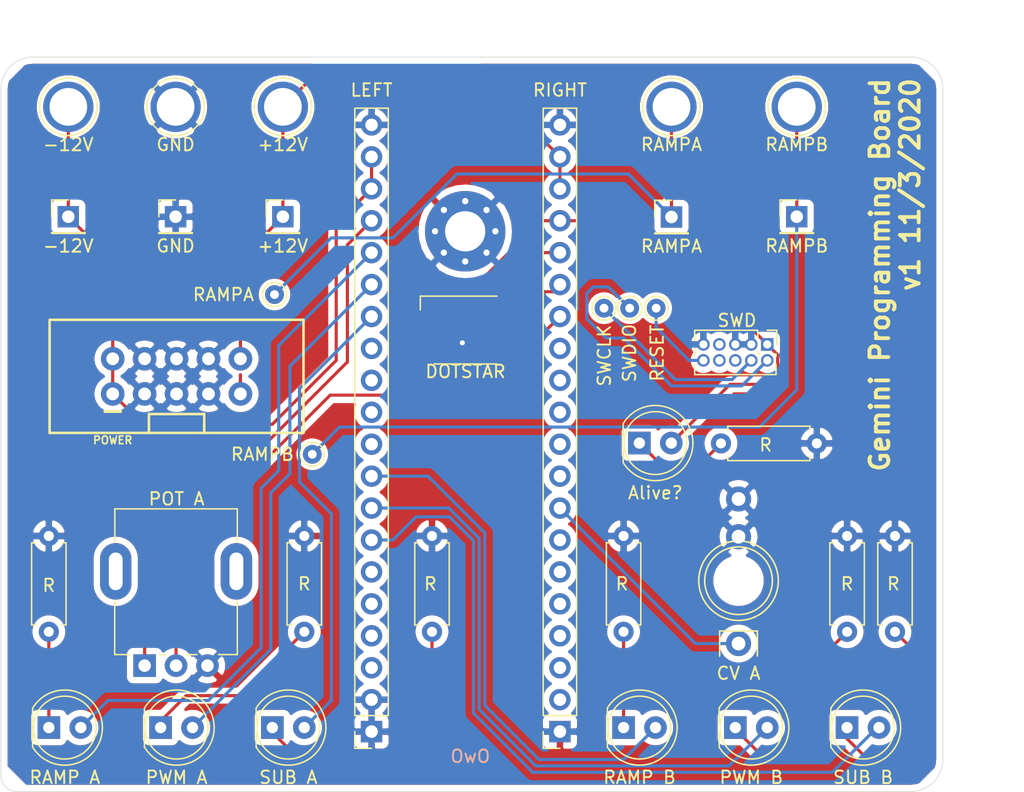
<source format=kicad_pcb>
(kicad_pcb (version 20171130) (host pcbnew "(5.1.6-0-10_14)")
  (layers (0 F.Cu signal) (31 B.Cu signal) (34 B.Paste user) (35 F.Paste user) (36 B.SilkS user) (37 F.SilkS user) (38 B.Mask user) (39 F.Mask user) (44 Edge.Cuts user))
  (net 0 "")
  (net 1 "Net-(J1-Pad13)")
  (net 2 "Net-(J1-Pad12)")
  (net 3 "Net-(J1-Pad11)")
  (net 4 "Net-(J1-Pad10)")
  (net 5 "Net-(J1-Pad6)")
  (net 6 "Net-(J1-Pad5)")
  (net 7 "Net-(J1-Pad4)")
  (net 8 "Net-(J1-Pad3)")
  (net 9 "Net-(J2-Pad13)")
  (net 10 "Net-(J2-Pad12)")
  (net 11 "Net-(J2-Pad11)")
  (net 12 "Net-(J2-Pad10)")
  (net 13 "Net-(J2-Pad9)")
  (net 14 "Net-(J2-Pad7)")
  (net 15 "Net-(J2-Pad6)")
  (net 16 "Net-(J2-Pad5)")
  (net 17 "Net-(J2-Pad4)")
  (net 18 "Net-(J2-Pad3)")
  (net 19 "Net-(J2-Pad2)")
  (net 20 GND)
  (net 21 -12V)
  (net 22 +3.3VA)
  (net 23 +12V)
  (net 24 +3V3)
  (net 25 /dotstar_data)
  (net 26 /dotstar_clk)
  (net 27 /cv_a_pot)
  (net 28 "Net-(J3-Pad10)")
  (net 29 "Net-(J3-Pad8)")
  (net 30 "Net-(J3-Pad7)")
  (net 31 "Net-(J3-Pad6)")
  (net 32 "Net-(J3-Pad4)")
  (net 33 "Net-(J3-Pad2)")
  (net 34 "Net-(TP10-Pad1)")
  (net 35 "Net-(D1-Pad6)")
  (net 36 "Net-(D1-Pad5)")
  (net 37 /cv_a_jack)
  (net 38 "Net-(J5-Pad9)")
  (net 39 "Net-(TP14-Pad1)")
  (net 40 "Net-(1k1-Pad1)")
  (net 41 "Net-(1k2-Pad1)")
  (net 42 "Net-(1k3-Pad1)")
  (net 43 "Net-(1k4-Pad1)")
  (net 44 "Net-(1k5-Pad1)")
  (net 45 "Net-(1k6-Pad1)")
  (net 46 /pollux_ramp)
  (net 47 /pollux_pwm)
  (net 48 /pollux_sub)
  (net 49 /castor_ramp)
  (net 50 /castor_pwm)
  (net 51 /castor_sub)
  (net 52 "Net-(1k7-Pad1)")
  (module TestPoint:TestPoint_THTPad_D1.5mm_Drill0.7mm (layer F.Cu) (at 140.33676 93.83124)
    (fp_text reference TP5 hide)
    (fp_text value RAMPB (at -3.96676 -0.00124) (layer F.SilkS))
    (fp_circle (center 0 0) (end 0 0.95) (layer F.SilkS) (width 0.12))
    (pad 1 thru_hole circle (at 0 0) (size 1.5 1.5) (drill 0.7) (layers *.Cu *.Mask) (net 34 "Net-(TP10-Pad1)"))
  )
  (module TestPoint:TestPoint_THTPad_D1.5mm_Drill0.7mm (layer F.Cu) (at 137.33194 81.12362)
    (fp_text reference TP4 hide)
    (fp_text value RAMPA (at -4.06194 0.00638) (layer F.SilkS))
    (fp_circle (center 0 0) (end 0 0.95) (layer F.SilkS) (width 0.12))
    (pad 1 thru_hole circle (at 0 0) (size 1.5 1.5) (drill 0.7) (layers *.Cu *.Mask) (net 39 "Net-(TP14-Pad1)"))
  )
  (module TestPoint:TestPoint_THTPad_D1.5mm_Drill0.7mm (layer F.Cu) (at 167.6951 82.2082)
    (fp_text reference TP3 hide)
    (fp_text value RESET (at 0.0749 3.5718 90) (layer F.SilkS))
    (fp_circle (center 0 0) (end 0 0.95) (layer F.SilkS) (width 0.12))
    (pad 1 thru_hole circle (at 0 0) (size 1.5 1.5) (drill 0.7) (layers *.Cu *.Mask) (net 28 "Net-(J3-Pad10)"))
  )
  (module TestPoint:TestPoint_THTPad_D1.5mm_Drill0.7mm (layer F.Cu) (at 165.5869 82.2082)
    (fp_text reference TP2 hide)
    (fp_text value SWDIO (at -0.0169 3.5718 90) (layer F.SilkS))
    (fp_circle (center 0 0) (end 0 0.95) (layer F.SilkS) (width 0.12))
    (pad 1 thru_hole circle (at 0 0) (size 1.5 1.5) (drill 0.7) (layers *.Cu *.Mask) (net 33 "Net-(J3-Pad2)"))
  )
  (module TestPoint:TestPoint_THTPad_D1.5mm_Drill0.7mm (layer F.Cu) (at 163.5422 82.2082)
    (fp_text reference TP1 hide)
    (fp_text value SWCLK (at 0.0278 3.7718 90) (layer F.SilkS))
    (fp_circle (center 0 0) (end 0 0.95) (layer F.SilkS) (width 0.12))
    (pad 1 thru_hole circle (at 0 0) (size 1.5 1.5) (drill 0.7) (layers *.Cu *.Mask) (net 32 "Net-(J3-Pad4)"))
  )
  (module LED_THT:LED_D5.0mm (layer F.Cu) (at 166.356 92.936)
    (fp_text reference D8 hide)
    (fp_text value Alive? (at 1.27 3.96) (layer F.SilkS))
    (fp_line (start -1.29 -1.545) (end -1.29 1.545) (layer F.SilkS) (width 0.12))
    (fp_circle (center 1.27 0) (end 3.77 0) (layer F.SilkS) (width 0.12))
    (fp_arc (start 1.27 0) (end -1.29 1.54483) (angle -148.9) (layer F.SilkS) (width 0.12))
    (fp_arc (start 1.27 0) (end -1.29 -1.54483) (angle 148.9) (layer F.SilkS) (width 0.12))
    (pad 2 thru_hole circle (at 2.54 0) (size 1.8 1.8) (drill 0.9) (layers *.Cu *.Mask) (net 24 +3V3))
    (pad 1 thru_hole rect (at 0 0) (size 1.8 1.8) (drill 0.9) (layers *.Cu *.Mask) (net 52 "Net-(1k7-Pad1)"))
  )
  (module Resistor_THT:R_Axial_DIN0207_L6.3mm_D2.5mm_P7.62mm_Horizontal (layer F.Cu) (at 172.847 92.964)
    (fp_text reference 1k7 hide)
    (fp_text value R (at 3.556 0.127) (layer F.SilkS))
    (fp_line (start 7.08 1.37) (end 7.08 1.04) (layer F.SilkS) (width 0.12))
    (fp_line (start 0.54 1.37) (end 7.08 1.37) (layer F.SilkS) (width 0.12))
    (fp_line (start 0.54 1.04) (end 0.54 1.37) (layer F.SilkS) (width 0.12))
    (fp_line (start 7.08 -1.37) (end 7.08 -1.04) (layer F.SilkS) (width 0.12))
    (fp_line (start 0.54 -1.37) (end 7.08 -1.37) (layer F.SilkS) (width 0.12))
    (fp_line (start 0.54 -1.04) (end 0.54 -1.37) (layer F.SilkS) (width 0.12))
    (pad 2 thru_hole oval (at 7.62 0) (size 1.6 1.6) (drill 0.8) (layers *.Cu *.Mask) (net 20 GND))
    (pad 1 thru_hole circle (at 0 0) (size 1.6 1.6) (drill 0.8) (layers *.Cu *.Mask) (net 52 "Net-(1k7-Pad1)"))
  )
  (module LED_THT:LED_D5.0mm (layer F.Cu) (at 182.88 115.57)
    (fp_text reference D7 hide)
    (fp_text value "SUB B" (at 1.27 3.96) (layer F.SilkS))
    (fp_line (start -1.29 -1.545) (end -1.29 1.545) (layer F.SilkS) (width 0.12))
    (fp_circle (center 1.27 0) (end 3.77 0) (layer F.SilkS) (width 0.12))
    (fp_arc (start 1.27 0) (end -1.29 1.54483) (angle -148.9) (layer F.SilkS) (width 0.12))
    (fp_arc (start 1.27 0) (end -1.29 -1.54483) (angle 148.9) (layer F.SilkS) (width 0.12))
    (pad 2 thru_hole circle (at 2.54 0) (size 1.8 1.8) (drill 0.9) (layers *.Cu *.Mask) (net 51 /castor_sub))
    (pad 1 thru_hole rect (at 0 0) (size 1.8 1.8) (drill 0.9) (layers *.Cu *.Mask) (net 45 "Net-(1k6-Pad1)"))
  )
  (module LED_THT:LED_D5.0mm (layer F.Cu) (at 173.99 115.57)
    (fp_text reference D6 hide)
    (fp_text value "PWM B" (at 1.27 3.96) (layer F.SilkS))
    (fp_line (start -1.29 -1.545) (end -1.29 1.545) (layer F.SilkS) (width 0.12))
    (fp_circle (center 1.27 0) (end 3.77 0) (layer F.SilkS) (width 0.12))
    (fp_arc (start 1.27 0) (end -1.29 1.54483) (angle -148.9) (layer F.SilkS) (width 0.12))
    (fp_arc (start 1.27 0) (end -1.29 -1.54483) (angle 148.9) (layer F.SilkS) (width 0.12))
    (pad 2 thru_hole circle (at 2.54 0) (size 1.8 1.8) (drill 0.9) (layers *.Cu *.Mask) (net 50 /castor_pwm))
    (pad 1 thru_hole rect (at 0 0) (size 1.8 1.8) (drill 0.9) (layers *.Cu *.Mask) (net 44 "Net-(1k5-Pad1)"))
  )
  (module LED_THT:LED_D5.0mm (layer F.Cu) (at 165.1 115.57)
    (fp_text reference D5 hide)
    (fp_text value "RAMP B" (at 1.27 3.96) (layer F.SilkS))
    (fp_line (start -1.29 -1.545) (end -1.29 1.545) (layer F.SilkS) (width 0.12))
    (fp_circle (center 1.27 0) (end 3.77 0) (layer F.SilkS) (width 0.12))
    (fp_arc (start 1.27 0) (end -1.29 1.54483) (angle -148.9) (layer F.SilkS) (width 0.12))
    (fp_arc (start 1.27 0) (end -1.29 -1.54483) (angle 148.9) (layer F.SilkS) (width 0.12))
    (pad 2 thru_hole circle (at 2.54 0) (size 1.8 1.8) (drill 0.9) (layers *.Cu *.Mask) (net 49 /castor_ramp))
    (pad 1 thru_hole rect (at 0 0) (size 1.8 1.8) (drill 0.9) (layers *.Cu *.Mask) (net 43 "Net-(1k4-Pad1)"))
  )
  (module LED_THT:LED_D5.0mm (layer F.Cu) (at 137.16 115.57)
    (fp_text reference D4 hide)
    (fp_text value "SUB A" (at 1.27 3.96) (layer F.SilkS))
    (fp_line (start -1.29 -1.545) (end -1.29 1.545) (layer F.SilkS) (width 0.12))
    (fp_circle (center 1.27 0) (end 3.77 0) (layer F.SilkS) (width 0.12))
    (fp_arc (start 1.27 0) (end -1.29 1.54483) (angle -148.9) (layer F.SilkS) (width 0.12))
    (fp_arc (start 1.27 0) (end -1.29 -1.54483) (angle 148.9) (layer F.SilkS) (width 0.12))
    (pad 2 thru_hole circle (at 2.54 0) (size 1.8 1.8) (drill 0.9) (layers *.Cu *.Mask) (net 48 /pollux_sub))
    (pad 1 thru_hole rect (at 0 0) (size 1.8 1.8) (drill 0.9) (layers *.Cu *.Mask) (net 42 "Net-(1k3-Pad1)"))
  )
  (module LED_THT:LED_D5.0mm (layer F.Cu) (at 128.27 115.57)
    (fp_text reference D3 hide)
    (fp_text value "PWM A" (at 1.27 3.96) (layer F.SilkS))
    (fp_line (start -1.29 -1.545) (end -1.29 1.545) (layer F.SilkS) (width 0.12))
    (fp_circle (center 1.27 0) (end 3.77 0) (layer F.SilkS) (width 0.12))
    (fp_arc (start 1.27 0) (end -1.29 1.54483) (angle -148.9) (layer F.SilkS) (width 0.12))
    (fp_arc (start 1.27 0) (end -1.29 -1.54483) (angle 148.9) (layer F.SilkS) (width 0.12))
    (pad 2 thru_hole circle (at 2.54 0) (size 1.8 1.8) (drill 0.9) (layers *.Cu *.Mask) (net 47 /pollux_pwm))
    (pad 1 thru_hole rect (at 0 0) (size 1.8 1.8) (drill 0.9) (layers *.Cu *.Mask) (net 41 "Net-(1k2-Pad1)"))
  )
  (module LED_THT:LED_D5.0mm (layer F.Cu) (at 119.38 115.57)
    (fp_text reference D2 hide)
    (fp_text value "RAMP A" (at 1.27 3.96) (layer F.SilkS))
    (fp_line (start -1.29 -1.545) (end -1.29 1.545) (layer F.SilkS) (width 0.12))
    (fp_circle (center 1.27 0) (end 3.77 0) (layer F.SilkS) (width 0.12))
    (fp_arc (start 1.27 0) (end -1.29 1.54483) (angle -148.9) (layer F.SilkS) (width 0.12))
    (fp_arc (start 1.27 0) (end -1.29 -1.54483) (angle 148.9) (layer F.SilkS) (width 0.12))
    (pad 2 thru_hole circle (at 2.54 0) (size 1.8 1.8) (drill 0.9) (layers *.Cu *.Mask) (net 46 /pollux_ramp))
    (pad 1 thru_hole rect (at 0 0) (size 1.8 1.8) (drill 0.9) (layers *.Cu *.Mask) (net 40 "Net-(1k1-Pad1)"))
  )
  (module Resistor_THT:R_Axial_DIN0207_L6.3mm_D2.5mm_P7.62mm_Horizontal (layer F.Cu) (at 186.69 107.95 90)
    (fp_text reference 1k6 hide)
    (fp_text value R (at 3.81 -0.127 180) (layer F.SilkS))
    (fp_line (start 7.08 1.37) (end 7.08 1.04) (layer F.SilkS) (width 0.12))
    (fp_line (start 0.54 1.37) (end 7.08 1.37) (layer F.SilkS) (width 0.12))
    (fp_line (start 0.54 1.04) (end 0.54 1.37) (layer F.SilkS) (width 0.12))
    (fp_line (start 7.08 -1.37) (end 7.08 -1.04) (layer F.SilkS) (width 0.12))
    (fp_line (start 0.54 -1.37) (end 7.08 -1.37) (layer F.SilkS) (width 0.12))
    (fp_line (start 0.54 -1.04) (end 0.54 -1.37) (layer F.SilkS) (width 0.12))
    (pad 2 thru_hole oval (at 7.62 0 90) (size 1.6 1.6) (drill 0.8) (layers *.Cu *.Mask) (net 20 GND))
    (pad 1 thru_hole circle (at 0 0 90) (size 1.6 1.6) (drill 0.8) (layers *.Cu *.Mask) (net 45 "Net-(1k6-Pad1)"))
  )
  (module Resistor_THT:R_Axial_DIN0207_L6.3mm_D2.5mm_P7.62mm_Horizontal (layer F.Cu) (at 182.88 107.95 90)
    (fp_text reference 1k5 hide)
    (fp_text value R (at 3.81 0 180) (layer F.SilkS))
    (fp_line (start 7.08 1.37) (end 7.08 1.04) (layer F.SilkS) (width 0.12))
    (fp_line (start 0.54 1.37) (end 7.08 1.37) (layer F.SilkS) (width 0.12))
    (fp_line (start 0.54 1.04) (end 0.54 1.37) (layer F.SilkS) (width 0.12))
    (fp_line (start 7.08 -1.37) (end 7.08 -1.04) (layer F.SilkS) (width 0.12))
    (fp_line (start 0.54 -1.37) (end 7.08 -1.37) (layer F.SilkS) (width 0.12))
    (fp_line (start 0.54 -1.04) (end 0.54 -1.37) (layer F.SilkS) (width 0.12))
    (pad 2 thru_hole oval (at 7.62 0 90) (size 1.6 1.6) (drill 0.8) (layers *.Cu *.Mask) (net 20 GND))
    (pad 1 thru_hole circle (at 0 0 90) (size 1.6 1.6) (drill 0.8) (layers *.Cu *.Mask) (net 44 "Net-(1k5-Pad1)"))
  )
  (module Resistor_THT:R_Axial_DIN0207_L6.3mm_D2.5mm_P7.62mm_Horizontal (layer F.Cu) (at 165.1 107.95 90)
    (fp_text reference 1k4 hide)
    (fp_text value R (at 3.81 -0.127 180) (layer F.SilkS))
    (fp_line (start 7.08 1.37) (end 7.08 1.04) (layer F.SilkS) (width 0.12))
    (fp_line (start 0.54 1.37) (end 7.08 1.37) (layer F.SilkS) (width 0.12))
    (fp_line (start 0.54 1.04) (end 0.54 1.37) (layer F.SilkS) (width 0.12))
    (fp_line (start 7.08 -1.37) (end 7.08 -1.04) (layer F.SilkS) (width 0.12))
    (fp_line (start 0.54 -1.37) (end 7.08 -1.37) (layer F.SilkS) (width 0.12))
    (fp_line (start 0.54 -1.04) (end 0.54 -1.37) (layer F.SilkS) (width 0.12))
    (pad 2 thru_hole oval (at 7.62 0 90) (size 1.6 1.6) (drill 0.8) (layers *.Cu *.Mask) (net 20 GND))
    (pad 1 thru_hole circle (at 0 0 90) (size 1.6 1.6) (drill 0.8) (layers *.Cu *.Mask) (net 43 "Net-(1k4-Pad1)"))
  )
  (module Resistor_THT:R_Axial_DIN0207_L6.3mm_D2.5mm_P7.62mm_Horizontal (layer F.Cu) (at 149.86 107.95 90)
    (fp_text reference 1k3 hide)
    (fp_text value R (at 3.81 -0.127 180) (layer F.SilkS))
    (fp_line (start 7.08 1.37) (end 7.08 1.04) (layer F.SilkS) (width 0.12))
    (fp_line (start 0.54 1.37) (end 7.08 1.37) (layer F.SilkS) (width 0.12))
    (fp_line (start 0.54 1.04) (end 0.54 1.37) (layer F.SilkS) (width 0.12))
    (fp_line (start 7.08 -1.37) (end 7.08 -1.04) (layer F.SilkS) (width 0.12))
    (fp_line (start 0.54 -1.37) (end 7.08 -1.37) (layer F.SilkS) (width 0.12))
    (fp_line (start 0.54 -1.04) (end 0.54 -1.37) (layer F.SilkS) (width 0.12))
    (pad 2 thru_hole oval (at 7.62 0 90) (size 1.6 1.6) (drill 0.8) (layers *.Cu *.Mask) (net 20 GND))
    (pad 1 thru_hole circle (at 0 0 90) (size 1.6 1.6) (drill 0.8) (layers *.Cu *.Mask) (net 42 "Net-(1k3-Pad1)"))
  )
  (module Resistor_THT:R_Axial_DIN0207_L6.3mm_D2.5mm_P7.62mm_Horizontal (layer F.Cu) (at 139.7 107.95 90)
    (fp_text reference 1k2 hide)
    (fp_text value R (at 3.81 0 180) (layer F.SilkS))
    (fp_line (start 7.08 1.37) (end 7.08 1.04) (layer F.SilkS) (width 0.12))
    (fp_line (start 0.54 1.37) (end 7.08 1.37) (layer F.SilkS) (width 0.12))
    (fp_line (start 0.54 1.04) (end 0.54 1.37) (layer F.SilkS) (width 0.12))
    (fp_line (start 7.08 -1.37) (end 7.08 -1.04) (layer F.SilkS) (width 0.12))
    (fp_line (start 0.54 -1.37) (end 7.08 -1.37) (layer F.SilkS) (width 0.12))
    (fp_line (start 0.54 -1.04) (end 0.54 -1.37) (layer F.SilkS) (width 0.12))
    (pad 2 thru_hole oval (at 7.62 0 90) (size 1.6 1.6) (drill 0.8) (layers *.Cu *.Mask) (net 20 GND))
    (pad 1 thru_hole circle (at 0 0 90) (size 1.6 1.6) (drill 0.8) (layers *.Cu *.Mask) (net 41 "Net-(1k2-Pad1)"))
  )
  (module Resistor_THT:R_Axial_DIN0207_L6.3mm_D2.5mm_P7.62mm_Horizontal (layer F.Cu) (at 119.38 107.95 90)
    (fp_text reference 1k1 hide)
    (fp_text value R (at 3.683 0 180) (layer F.SilkS))
    (fp_line (start 7.08 1.37) (end 7.08 1.04) (layer F.SilkS) (width 0.12))
    (fp_line (start 0.54 1.37) (end 7.08 1.37) (layer F.SilkS) (width 0.12))
    (fp_line (start 0.54 1.04) (end 0.54 1.37) (layer F.SilkS) (width 0.12))
    (fp_line (start 7.08 -1.37) (end 7.08 -1.04) (layer F.SilkS) (width 0.12))
    (fp_line (start 0.54 -1.37) (end 7.08 -1.37) (layer F.SilkS) (width 0.12))
    (fp_line (start 0.54 -1.04) (end 0.54 -1.37) (layer F.SilkS) (width 0.12))
    (pad 2 thru_hole oval (at 7.62 0 90) (size 1.6 1.6) (drill 0.8) (layers *.Cu *.Mask) (net 20 GND))
    (pad 1 thru_hole circle (at 0 0 90) (size 1.6 1.6) (drill 0.8) (layers *.Cu *.Mask) (net 40 "Net-(1k1-Pad1)"))
  )
  (module MountingHole:MountingHole_3.2mm_M3_Pad_Via (layer F.Cu) (at 152.50112 76.09188)
    (fp_text reference H1 hide)
    (fp_text value MountingHole_Pad hide)
    (pad 1 thru_hole circle (at 1.697056 -1.697056) (size 0.8 0.8) (drill 0.5) (layers *.Cu *.Mask) (net 20 GND))
    (pad 1 thru_hole circle (at 0 -2.4) (size 0.8 0.8) (drill 0.5) (layers *.Cu *.Mask) (net 20 GND))
    (pad 1 thru_hole circle (at -1.697056 -1.697056) (size 0.8 0.8) (drill 0.5) (layers *.Cu *.Mask) (net 20 GND))
    (pad 1 thru_hole circle (at -2.4 0) (size 0.8 0.8) (drill 0.5) (layers *.Cu *.Mask) (net 20 GND))
    (pad 1 thru_hole circle (at -1.697056 1.697056) (size 0.8 0.8) (drill 0.5) (layers *.Cu *.Mask) (net 20 GND))
    (pad 1 thru_hole circle (at 0 2.4) (size 0.8 0.8) (drill 0.5) (layers *.Cu *.Mask) (net 20 GND))
    (pad 1 thru_hole circle (at 1.697056 1.697056) (size 0.8 0.8) (drill 0.5) (layers *.Cu *.Mask) (net 20 GND))
    (pad 1 thru_hole circle (at 2.4 0) (size 0.8 0.8) (drill 0.5) (layers *.Cu *.Mask) (net 20 GND))
    (pad 1 thru_hole circle (at 0 0) (size 6.4 6.4) (drill 3.2) (layers *.Cu *.Mask) (net 20 GND))
  )
  (module Connector_PinHeader_2.54mm:PinHeader_1x01_P2.54mm_Vertical (layer F.Cu) (at 178.8756 74.93)
    (fp_text reference TP15 hide)
    (fp_text value RAMPB (at 0 2.33) (layer F.SilkS))
    (fp_line (start -1.33 1.33) (end 1.33 1.33) (layer F.SilkS) (width 0.12))
    (fp_line (start -1.33 1.27) (end -1.33 1.33) (layer F.SilkS) (width 0.12))
    (fp_line (start 1.33 1.27) (end 1.33 1.33) (layer F.SilkS) (width 0.12))
    (fp_line (start -1.33 1.27) (end 1.33 1.27) (layer F.SilkS) (width 0.12))
    (fp_line (start -1.33 0) (end -1.33 -1.33) (layer F.SilkS) (width 0.12))
    (fp_line (start -1.33 -1.33) (end 0 -1.33) (layer F.SilkS) (width 0.12))
    (pad 1 thru_hole rect (at 0 0) (size 1.7 1.7) (drill 1) (layers *.Cu *.Mask) (net 34 "Net-(TP10-Pad1)"))
  )
  (module Connector_PinHeader_2.54mm:PinHeader_1x01_P2.54mm_Vertical (layer F.Cu) (at 168.91 74.9554)
    (fp_text reference TP14 hide)
    (fp_text value RAMPA (at 0 2.33) (layer F.SilkS))
    (fp_line (start -1.33 1.33) (end 1.33 1.33) (layer F.SilkS) (width 0.12))
    (fp_line (start -1.33 1.27) (end -1.33 1.33) (layer F.SilkS) (width 0.12))
    (fp_line (start 1.33 1.27) (end 1.33 1.33) (layer F.SilkS) (width 0.12))
    (fp_line (start -1.33 1.27) (end 1.33 1.27) (layer F.SilkS) (width 0.12))
    (fp_line (start -1.33 0) (end -1.33 -1.33) (layer F.SilkS) (width 0.12))
    (fp_line (start -1.33 -1.33) (end 0 -1.33) (layer F.SilkS) (width 0.12))
    (pad 1 thru_hole rect (at 0 0) (size 1.7 1.7) (drill 1) (layers *.Cu *.Mask) (net 39 "Net-(TP14-Pad1)"))
  )
  (module Connector_PinHeader_2.54mm:PinHeader_1x01_P2.54mm_Vertical (layer F.Cu) (at 137.9982 74.93)
    (fp_text reference TP13 hide)
    (fp_text value +12V (at 0 2.33) (layer F.SilkS))
    (fp_line (start -1.33 1.33) (end 1.33 1.33) (layer F.SilkS) (width 0.12))
    (fp_line (start -1.33 1.27) (end -1.33 1.33) (layer F.SilkS) (width 0.12))
    (fp_line (start 1.33 1.27) (end 1.33 1.33) (layer F.SilkS) (width 0.12))
    (fp_line (start -1.33 1.27) (end 1.33 1.27) (layer F.SilkS) (width 0.12))
    (fp_line (start -1.33 0) (end -1.33 -1.33) (layer F.SilkS) (width 0.12))
    (fp_line (start -1.33 -1.33) (end 0 -1.33) (layer F.SilkS) (width 0.12))
    (pad 1 thru_hole rect (at 0 0) (size 1.7 1.7) (drill 1) (layers *.Cu *.Mask) (net 23 +12V))
  )
  (module Connector_PinHeader_2.54mm:PinHeader_1x01_P2.54mm_Vertical (layer F.Cu) (at 129.4638 74.93)
    (fp_text reference TP12 hide)
    (fp_text value GND (at 0 2.33) (layer F.SilkS))
    (fp_line (start -1.33 1.33) (end 1.33 1.33) (layer F.SilkS) (width 0.12))
    (fp_line (start -1.33 1.27) (end -1.33 1.33) (layer F.SilkS) (width 0.12))
    (fp_line (start 1.33 1.27) (end 1.33 1.33) (layer F.SilkS) (width 0.12))
    (fp_line (start -1.33 1.27) (end 1.33 1.27) (layer F.SilkS) (width 0.12))
    (fp_line (start -1.33 0) (end -1.33 -1.33) (layer F.SilkS) (width 0.12))
    (fp_line (start -1.33 -1.33) (end 0 -1.33) (layer F.SilkS) (width 0.12))
    (pad 1 thru_hole rect (at 0 0) (size 1.7 1.7) (drill 1) (layers *.Cu *.Mask) (net 20 GND))
  )
  (module Connector_PinHeader_2.54mm:PinHeader_1x01_P2.54mm_Vertical (layer F.Cu) (at 120.9294 74.93)
    (fp_text reference TP11 hide)
    (fp_text value -12V (at 0 2.33) (layer F.SilkS))
    (fp_line (start -1.33 1.33) (end 1.33 1.33) (layer F.SilkS) (width 0.12))
    (fp_line (start -1.33 1.27) (end -1.33 1.33) (layer F.SilkS) (width 0.12))
    (fp_line (start 1.33 1.27) (end 1.33 1.33) (layer F.SilkS) (width 0.12))
    (fp_line (start -1.33 1.27) (end 1.33 1.27) (layer F.SilkS) (width 0.12))
    (fp_line (start -1.33 0) (end -1.33 -1.33) (layer F.SilkS) (width 0.12))
    (fp_line (start -1.33 -1.33) (end 0 -1.33) (layer F.SilkS) (width 0.12))
    (pad 1 thru_hole rect (at 0 0) (size 1.7 1.7) (drill 1) (layers *.Cu *.Mask) (net 21 -12V))
  )
  (module progboard:Alpha_Pot (layer F.Cu) (at 127 110.6424 90)
    (fp_text reference RV1 hide)
    (fp_text value "POT A" (at 13.2624 2.54) (layer F.SilkS))
    (fp_line (start 12.47 7.37) (end 12.47 -2.37) (layer F.SilkS) (width 0.12))
    (fp_line (start 0.88 7.37) (end 0.88 5.88) (layer F.SilkS) (width 0.12))
    (fp_line (start 9.8298 7.37) (end 12.47 7.37) (layer F.SilkS) (width 0.12))
    (fp_line (start 0.88 -2.38) (end 5.15366 -2.38) (layer F.SilkS) (width 0.12))
    (fp_line (start 9.84504 -2.37) (end 12.47 -2.37) (layer F.SilkS) (width 0.12))
    (fp_line (start 0.88 7.37) (end 5.17398 7.37) (layer F.SilkS) (width 0.12))
    (fp_line (start 0.88 -1.19) (end 0.88 -2.37) (layer F.SilkS) (width 0.12))
    (fp_line (start 0.88 1.71) (end 0.88 1.18) (layer F.SilkS) (width 0.12))
    (fp_line (start 0.88 4.16) (end 0.88 3.33) (layer F.SilkS) (width 0.12))
    (pad "" thru_hole oval (at 7.5 -2.3 180) (size 2.5 4.5) (drill oval 1.1 3) (layers *.Cu *.Mask))
    (pad "" thru_hole oval (at 7.5 7.3 180) (size 2.5 4.5) (drill oval 1.1 3) (layers *.Cu *.Mask))
    (pad 3 thru_hole circle (at 0 5 180) (size 1.8 1.8) (drill 1) (layers *.Cu *.Mask) (net 20 GND))
    (pad 2 thru_hole circle (at 0 2.5 180) (size 1.8 1.8) (drill 1) (layers *.Cu *.Mask) (net 27 /cv_a_pot))
    (pad 1 thru_hole rect (at 0 0 180) (size 1.8 1.8) (drill 1) (layers *.Cu *.Mask) (net 22 +3.3VA))
  )
  (module Connectors:2X5-SHROUDED_LOCK (layer F.Cu) (at 129.54 87.63 90)
    (fp_text reference J5 hide)
    (fp_text value POWER (at -5.08 -5.08) (layer F.SilkS) (effects (font (size 0.6096 0.6096) (thickness 0.127))))
    (fp_line (start -2.77368 -5.715) (end -2.77368 -4.445) (layer F.SilkS) (width 0.2032))
    (fp_line (start 4.49834 -10.09904) (end 4.49834 10.09904) (layer F.SilkS) (width 0.2032))
    (fp_line (start -4.49834 10.09904) (end -4.49834 2.19964) (layer F.SilkS) (width 0.2032))
    (fp_line (start -4.49834 2.19964) (end -4.49834 -2.19964) (layer F.SilkS) (width 0.2032))
    (fp_line (start -4.49834 -2.19964) (end -4.49834 -10.09904) (layer F.SilkS) (width 0.2032))
    (fp_line (start -4.49834 -10.09904) (end 4.39928 -10.09904) (layer F.SilkS) (width 0.2032))
    (fp_line (start 4.49834 10.09904) (end -4.49834 10.09904) (layer F.SilkS) (width 0.2032))
    (fp_line (start -4.49834 -2.19964) (end -2.99974 -2.19964) (layer F.SilkS) (width 0.2032))
    (fp_line (start -2.99974 -2.19964) (end -2.99974 2.19964) (layer F.SilkS) (width 0.2032))
    (fp_line (start -2.99974 2.19964) (end -4.49834 2.19964) (layer F.SilkS) (width 0.2032))
    (fp_line (start -2.81178 -5.715) (end -2.81178 -4.445) (layer F.SilkS) (width 0.2032))
    (pad 10 thru_hole circle (at 1.397 5.08 90) (size 1.8796 1.8796) (drill 1.016) (layers *.Cu *.Mask) (net 23 +12V))
    (pad 9 thru_hole circle (at -1.397 5.08 90) (size 1.8796 1.8796) (drill 1.016) (layers *.Cu *.Mask) (net 38 "Net-(J5-Pad9)"))
    (pad 8 thru_hole circle (at 1.397 2.54 90) (size 1.8796 1.8796) (drill 1.016) (layers *.Cu *.Mask) (net 20 GND))
    (pad 7 thru_hole circle (at -1.397 2.54 90) (size 1.8796 1.8796) (drill 1.016) (layers *.Cu *.Mask) (net 20 GND))
    (pad 6 thru_hole circle (at 1.397 0 90) (size 1.8796 1.8796) (drill 1.016) (layers *.Cu *.Mask) (net 20 GND))
    (pad 5 thru_hole circle (at -1.397 0 90) (size 1.8796 1.8796) (drill 1.016) (layers *.Cu *.Mask) (net 20 GND))
    (pad 4 thru_hole circle (at 1.397 -2.54 90) (size 1.8796 1.8796) (drill 1.016) (layers *.Cu *.Mask) (net 20 GND))
    (pad 3 thru_hole circle (at -1.397 -2.54 90) (size 1.8796 1.8796) (drill 1.016) (layers *.Cu *.Mask) (net 20 GND))
    (pad 2 thru_hole circle (at 1.397 -5.08 90) (size 1.8796 1.8796) (drill 1.016) (layers *.Cu *.Mask) (net 21 -12V))
    (pad 1 thru_hole circle (at -1.397 -5.08 90) (size 1.8796 1.8796) (drill 1.016) (layers *.Cu *.Mask) (net 21 -12V))
  )
  (module progboard:WQP-PJ301M-12_JACK (layer F.Cu) (at 174.244 103.886 180)
    (fp_text reference J4 hide)
    (fp_text value "CV A" (at 0 -7.366 180) (layer F.SilkS))
    (fp_circle (center 0 0) (end 3.16228 0) (layer F.SilkS) (width 0.127))
    (fp_line (start -1.5 -6) (end -1.5 -4) (layer F.SilkS) (width 0.127))
    (fp_line (start -1.5 -4) (end 1.5 -4) (layer F.SilkS) (width 0.127))
    (fp_line (start 1.5 -4) (end 1.5 -6) (layer F.SilkS) (width 0.127))
    (fp_circle (center 0 0) (end 2.69072 0) (layer F.SilkS) (width 0.127))
    (pad S thru_hole circle (at 0 6.5 180) (size 2 2) (drill 1.1) (layers *.Cu *.Mask) (net 20 GND))
    (pad TN thru_hole circle (at 0 3.5 180) (size 2 2) (drill 1.1) (layers *.Cu *.Mask) (net 20 GND))
    (pad T thru_hole circle (at 0 -5 180) (size 2 2) (drill 1.1) (layers *.Cu *.Mask) (net 37 /cv_a_jack))
    (pad "" np_thru_hole circle (at 0 0 180) (size 3 3) (drill 3) (layers *.Cu *.Mask))
  )
  (module LED_SMD:LED_RGB_5050-6 (layer F.Cu) (at 152.527 83.947)
    (fp_text reference D1 hide)
    (fp_text value DOTSTAR (at 0 3.3) (layer F.SilkS))
    (fp_line (start -3.6 -2.7) (end 2.5 -2.7) (layer F.SilkS) (width 0.12))
    (fp_line (start -3.6 -1.6) (end -3.6 -2.7) (layer F.SilkS) (width 0.12))
    (fp_line (start 2.5 2.7) (end -2.5 2.7) (layer F.SilkS) (width 0.12))
    (pad 6 smd rect (at 2.4 -1.7 90) (size 1.1 2) (layers F.Cu F.Paste F.Mask) (net 35 "Net-(D1-Pad6)"))
    (pad 5 smd rect (at 2.4 0 90) (size 1.1 2) (layers F.Cu F.Paste F.Mask) (net 36 "Net-(D1-Pad5)"))
    (pad 4 smd rect (at 2.4 1.7 90) (size 1.1 2) (layers F.Cu F.Paste F.Mask) (net 24 +3V3))
    (pad 3 smd rect (at -2.4 1.7 90) (size 1.1 2) (layers F.Cu F.Paste F.Mask) (net 20 GND))
    (pad 2 smd rect (at -2.4 0 90) (size 1.1 2) (layers F.Cu F.Paste F.Mask) (net 26 /dotstar_clk))
    (pad 1 smd rect (at -2.4 -1.7 90) (size 1.1 2) (layers F.Cu F.Paste F.Mask) (net 25 /dotstar_data))
  )
  (module TestPoint:TestPoint_Plated_Hole_D3.0mm (layer F.Cu) (at 178.8756 66.1924)
    (fp_text reference TP10 hide)
    (fp_text value RAMPB (at 0 3) (layer F.SilkS))
    (fp_circle (center 0 0) (end 0 -2.286) (layer F.SilkS) (width 0.12))
    (pad 1 thru_hole circle (at 0 0) (size 4 4) (drill 3) (layers *.Cu *.Mask) (net 34 "Net-(TP10-Pad1)"))
  )
  (module TestPoint:TestPoint_Plated_Hole_D3.0mm (layer F.Cu) (at 168.91 66.1924)
    (fp_text reference TP9 hide)
    (fp_text value RAMPA (at 0 3) (layer F.SilkS))
    (fp_circle (center 0 0) (end 0 -2.286) (layer F.SilkS) (width 0.12))
    (pad 1 thru_hole circle (at 0 0) (size 4 4) (drill 3) (layers *.Cu *.Mask) (net 39 "Net-(TP14-Pad1)"))
  )
  (module TestPoint:TestPoint_Plated_Hole_D3.0mm (layer F.Cu) (at 137.9982 66.1924)
    (fp_text reference TP8 hide)
    (fp_text value +12V (at 0 3) (layer F.SilkS))
    (fp_circle (center 0 0) (end 0 -2.286) (layer F.SilkS) (width 0.12))
    (pad 1 thru_hole circle (at 0 0) (size 4 4) (drill 3) (layers *.Cu *.Mask) (net 23 +12V))
  )
  (module TestPoint:TestPoint_Plated_Hole_D3.0mm (layer F.Cu) (at 129.4638 66.1924)
    (fp_text reference TP7 hide)
    (fp_text value GND (at 0 3) (layer F.SilkS))
    (fp_circle (center 0 0) (end 0 -2.286) (layer F.SilkS) (width 0.12))
    (pad 1 thru_hole circle (at 0 0) (size 4 4) (drill 3) (layers *.Cu *.Mask) (net 20 GND))
  )
  (module TestPoint:TestPoint_Plated_Hole_D3.0mm (layer F.Cu) (at 120.9294 66.1924)
    (fp_text reference TP6 hide)
    (fp_text value -12V (at 0 3) (layer F.SilkS))
    (fp_circle (center 0 0) (end 0 -2.286) (layer F.SilkS) (width 0.12))
    (pad 1 thru_hole circle (at 0 0) (size 4 4) (drill 3) (layers *.Cu *.Mask) (net 21 -12V))
  )
  (module Connector_PinHeader_1.27mm:PinHeader_2x05_P1.27mm_Vertical (layer F.Cu) (at 176.53 85.09 270)
    (fp_text reference J3 hide)
    (fp_text value SWD (at -1.905 2.413 180) (layer F.SilkS))
    (fp_line (start -1.13 5.775) (end -0.30753 5.775) (layer F.SilkS) (width 0.12))
    (fp_line (start 1.57753 5.775) (end 2.4 5.775) (layer F.SilkS) (width 0.12))
    (fp_line (start 0.30753 5.775) (end 0.96247 5.775) (layer F.SilkS) (width 0.12))
    (fp_line (start -1.13 0.76) (end -1.13 5.775) (layer F.SilkS) (width 0.12))
    (fp_line (start 2.4 -0.695) (end 2.4 5.775) (layer F.SilkS) (width 0.12))
    (fp_line (start -1.13 0.76) (end -0.563471 0.76) (layer F.SilkS) (width 0.12))
    (fp_line (start 0.563471 0.76) (end 0.706529 0.76) (layer F.SilkS) (width 0.12))
    (fp_line (start 0.76 0.706529) (end 0.76 0.563471) (layer F.SilkS) (width 0.12))
    (fp_line (start 0.76 -0.563471) (end 0.76 -0.695) (layer F.SilkS) (width 0.12))
    (fp_line (start 0.76 -0.695) (end 0.96247 -0.695) (layer F.SilkS) (width 0.12))
    (fp_line (start 1.57753 -0.695) (end 2.4 -0.695) (layer F.SilkS) (width 0.12))
    (fp_line (start -1.13 0) (end -1.13 -0.76) (layer F.SilkS) (width 0.12))
    (fp_line (start -1.13 -0.76) (end 0 -0.76) (layer F.SilkS) (width 0.12))
    (pad 10 thru_hole oval (at 1.27 5.08 270) (size 1 1) (drill 0.65) (layers *.Cu *.Mask) (net 28 "Net-(J3-Pad10)"))
    (pad 9 thru_hole oval (at 0 5.08 270) (size 1 1) (drill 0.65) (layers *.Cu *.Mask) (net 20 GND))
    (pad 8 thru_hole oval (at 1.27 3.81 270) (size 1 1) (drill 0.65) (layers *.Cu *.Mask) (net 29 "Net-(J3-Pad8)"))
    (pad 7 thru_hole oval (at 0 3.81 270) (size 1 1) (drill 0.65) (layers *.Cu *.Mask) (net 30 "Net-(J3-Pad7)"))
    (pad 6 thru_hole oval (at 1.27 2.54 270) (size 1 1) (drill 0.65) (layers *.Cu *.Mask) (net 31 "Net-(J3-Pad6)"))
    (pad 5 thru_hole oval (at 0 2.54 270) (size 1 1) (drill 0.65) (layers *.Cu *.Mask) (net 20 GND))
    (pad 4 thru_hole oval (at 1.27 1.27 270) (size 1 1) (drill 0.65) (layers *.Cu *.Mask) (net 32 "Net-(J3-Pad4)"))
    (pad 3 thru_hole oval (at 0 1.27 270) (size 1 1) (drill 0.65) (layers *.Cu *.Mask) (net 20 GND))
    (pad 2 thru_hole oval (at 1.27 0 270) (size 1 1) (drill 0.65) (layers *.Cu *.Mask) (net 33 "Net-(J3-Pad2)"))
    (pad 1 thru_hole rect (at 0 0 270) (size 1 1) (drill 0.65) (layers *.Cu *.Mask) (net 24 +3V3))
  )
  (module Connector_PinSocket_2.54mm:PinSocket_1x20_P2.54mm_Vertical (layer F.Cu) (at 160.037 115.8886 180)
    (fp_text reference J2 hide)
    (fp_text value RIGHT (at 0 51.03) (layer F.SilkS))
    (fp_line (start -1.33 1.27) (end 1.33 1.27) (layer F.SilkS) (width 0.12))
    (fp_line (start -1.33 1.27) (end -1.33 49.59) (layer F.SilkS) (width 0.12))
    (fp_line (start -1.33 49.59) (end 1.33 49.59) (layer F.SilkS) (width 0.12))
    (fp_line (start 1.33 1.27) (end 1.33 49.59) (layer F.SilkS) (width 0.12))
    (fp_line (start 1.33 -1.33) (end 1.33 0) (layer F.SilkS) (width 0.12))
    (fp_line (start 0 -1.33) (end 1.33 -1.33) (layer F.SilkS) (width 0.12))
    (pad 20 thru_hole oval (at 0 48.26 180) (size 1.7 1.7) (drill 1) (layers *.Cu *.Mask) (net 20 GND))
    (pad 19 thru_hole oval (at 0 45.72 180) (size 1.7 1.7) (drill 1) (layers *.Cu *.Mask) (net 23 +12V))
    (pad 18 thru_hole oval (at 0 43.18 180) (size 1.7 1.7) (drill 1) (layers *.Cu *.Mask) (net 23 +12V))
    (pad 17 thru_hole oval (at 0 40.64 180) (size 1.7 1.7) (drill 1) (layers *.Cu *.Mask) (net 24 +3V3))
    (pad 16 thru_hole oval (at 0 38.1 180) (size 1.7 1.7) (drill 1) (layers *.Cu *.Mask) (net 25 /dotstar_data))
    (pad 15 thru_hole oval (at 0 35.56 180) (size 1.7 1.7) (drill 1) (layers *.Cu *.Mask) (net 26 /dotstar_clk))
    (pad 14 thru_hole oval (at 0 33.02 180) (size 1.7 1.7) (drill 1) (layers *.Cu *.Mask) (net 27 /cv_a_pot))
    (pad 13 thru_hole oval (at 0 30.48 180) (size 1.7 1.7) (drill 1) (layers *.Cu *.Mask) (net 9 "Net-(J2-Pad13)"))
    (pad 12 thru_hole oval (at 0 27.94 180) (size 1.7 1.7) (drill 1) (layers *.Cu *.Mask) (net 10 "Net-(J2-Pad12)"))
    (pad 11 thru_hole oval (at 0 25.4 180) (size 1.7 1.7) (drill 1) (layers *.Cu *.Mask) (net 11 "Net-(J2-Pad11)"))
    (pad 10 thru_hole oval (at 0 22.86 180) (size 1.7 1.7) (drill 1) (layers *.Cu *.Mask) (net 12 "Net-(J2-Pad10)"))
    (pad 9 thru_hole oval (at 0 20.32 180) (size 1.7 1.7) (drill 1) (layers *.Cu *.Mask) (net 13 "Net-(J2-Pad9)"))
    (pad 8 thru_hole oval (at 0 17.78 180) (size 1.7 1.7) (drill 1) (layers *.Cu *.Mask) (net 37 /cv_a_jack))
    (pad 7 thru_hole oval (at 0 15.24 180) (size 1.7 1.7) (drill 1) (layers *.Cu *.Mask) (net 14 "Net-(J2-Pad7)"))
    (pad 6 thru_hole oval (at 0 12.7 180) (size 1.7 1.7) (drill 1) (layers *.Cu *.Mask) (net 15 "Net-(J2-Pad6)"))
    (pad 5 thru_hole oval (at 0 10.16 180) (size 1.7 1.7) (drill 1) (layers *.Cu *.Mask) (net 16 "Net-(J2-Pad5)"))
    (pad 4 thru_hole oval (at 0 7.62 180) (size 1.7 1.7) (drill 1) (layers *.Cu *.Mask) (net 17 "Net-(J2-Pad4)"))
    (pad 3 thru_hole oval (at 0 5.08 180) (size 1.7 1.7) (drill 1) (layers *.Cu *.Mask) (net 18 "Net-(J2-Pad3)"))
    (pad 2 thru_hole oval (at 0 2.54 180) (size 1.7 1.7) (drill 1) (layers *.Cu *.Mask) (net 19 "Net-(J2-Pad2)"))
    (pad 1 thru_hole rect (at 0 0 180) (size 1.7 1.7) (drill 1) (layers *.Cu *.Mask) (net 20 GND))
  )
  (module Connector_PinSocket_2.54mm:PinSocket_1x20_P2.54mm_Vertical (layer F.Cu) (at 145.051 115.8886 180)
    (fp_text reference J1 hide)
    (fp_text value LEFT (at 0 51.03) (layer F.SilkS))
    (fp_line (start -1.33 1.27) (end 1.33 1.27) (layer F.SilkS) (width 0.12))
    (fp_line (start -1.33 1.27) (end -1.33 49.59) (layer F.SilkS) (width 0.12))
    (fp_line (start -1.33 49.59) (end 1.33 49.59) (layer F.SilkS) (width 0.12))
    (fp_line (start 1.33 1.27) (end 1.33 49.59) (layer F.SilkS) (width 0.12))
    (fp_line (start 1.33 -1.33) (end 1.33 0) (layer F.SilkS) (width 0.12))
    (fp_line (start 0 -1.33) (end 1.33 -1.33) (layer F.SilkS) (width 0.12))
    (pad 20 thru_hole oval (at 0 48.26 180) (size 1.7 1.7) (drill 1) (layers *.Cu *.Mask) (net 20 GND))
    (pad 19 thru_hole oval (at 0 45.72 180) (size 1.7 1.7) (drill 1) (layers *.Cu *.Mask) (net 21 -12V))
    (pad 18 thru_hole oval (at 0 43.18 180) (size 1.7 1.7) (drill 1) (layers *.Cu *.Mask) (net 21 -12V))
    (pad 17 thru_hole oval (at 0 40.64 180) (size 1.7 1.7) (drill 1) (layers *.Cu *.Mask) (net 22 +3.3VA))
    (pad 16 thru_hole oval (at 0 38.1 180) (size 1.7 1.7) (drill 1) (layers *.Cu *.Mask) (net 46 /pollux_ramp))
    (pad 15 thru_hole oval (at 0 35.56 180) (size 1.7 1.7) (drill 1) (layers *.Cu *.Mask) (net 47 /pollux_pwm))
    (pad 14 thru_hole oval (at 0 33.02 180) (size 1.7 1.7) (drill 1) (layers *.Cu *.Mask) (net 48 /pollux_sub))
    (pad 13 thru_hole oval (at 0 30.48 180) (size 1.7 1.7) (drill 1) (layers *.Cu *.Mask) (net 1 "Net-(J1-Pad13)"))
    (pad 12 thru_hole oval (at 0 27.94 180) (size 1.7 1.7) (drill 1) (layers *.Cu *.Mask) (net 2 "Net-(J1-Pad12)"))
    (pad 11 thru_hole oval (at 0 25.4 180) (size 1.7 1.7) (drill 1) (layers *.Cu *.Mask) (net 3 "Net-(J1-Pad11)"))
    (pad 10 thru_hole oval (at 0 22.86 180) (size 1.7 1.7) (drill 1) (layers *.Cu *.Mask) (net 4 "Net-(J1-Pad10)"))
    (pad 9 thru_hole oval (at 0 20.32 180) (size 1.7 1.7) (drill 1) (layers *.Cu *.Mask) (net 49 /castor_ramp))
    (pad 8 thru_hole oval (at 0 17.78 180) (size 1.7 1.7) (drill 1) (layers *.Cu *.Mask) (net 50 /castor_pwm))
    (pad 7 thru_hole oval (at 0 15.24 180) (size 1.7 1.7) (drill 1) (layers *.Cu *.Mask) (net 51 /castor_sub))
    (pad 6 thru_hole oval (at 0 12.7 180) (size 1.7 1.7) (drill 1) (layers *.Cu *.Mask) (net 5 "Net-(J1-Pad6)"))
    (pad 5 thru_hole oval (at 0 10.16 180) (size 1.7 1.7) (drill 1) (layers *.Cu *.Mask) (net 6 "Net-(J1-Pad5)"))
    (pad 4 thru_hole oval (at 0 7.62 180) (size 1.7 1.7) (drill 1) (layers *.Cu *.Mask) (net 7 "Net-(J1-Pad4)"))
    (pad 3 thru_hole oval (at 0 5.08 180) (size 1.7 1.7) (drill 1) (layers *.Cu *.Mask) (net 8 "Net-(J1-Pad3)"))
    (pad 2 thru_hole oval (at 0 2.54 180) (size 1.7 1.7) (drill 1) (layers *.Cu *.Mask) (net 20 GND))
    (pad 1 thru_hole rect (at 0 0 180) (size 1.7 1.7) (drill 1) (layers *.Cu *.Mask) (net 20 GND))
  )
  (gr_text OwO (at 152.908 117.856) (layer B.SilkS) (effects (font (size 1 1)) (justify mirror)))
  (gr_text "Gemini Programming Board\nv1 11/3/2020" (at 186.69 63.754 90) (layer F.SilkS) (effects (font (size 1.5 1.5) (thickness 0.3)) (justify right)))
  (gr_arc (start 116.84 119.38) (end 115.57 119.38) (angle -90) (layer Edge.Cuts) (width 0.05))
  (gr_arc (start 187.96 118.11) (end 187.96 120.65) (angle -90) (layer Edge.Cuts) (width 0.05))
  (gr_arc (start 187.96 64.77) (end 190.5 64.77) (angle -90) (layer Edge.Cuts) (width 0.05))
  (gr_arc (start 118.11 64.77) (end 118.11 62.23) (angle -90) (layer Edge.Cuts) (width 0.05))
  (gr_line (start 190.5 64.77) (end 190.5 118.11) (layer Edge.Cuts) (width 0.05))
  (gr_line (start 115.57 64.77) (end 115.57 119.38) (layer Edge.Cuts) (width 0.05))
  (gr_line (start 187.96 120.65) (end 116.84 120.65) (layer Edge.Cuts) (width 0.05))
  (gr_line (start 118.11 62.23) (end 187.96 62.23) (layer Edge.Cuts) (width 0.05))
  (segment (start 152.4 78.232) (end 153.67 76.962) (width 0.25) (layer F.Cu) (net 20))
  (via (at 152.273 84.963) (size 0.8) (drill 0.4) (layers F.Cu B.Cu) (net 20))
  (segment (start 120.9294 66.1924) (end 120.9294 74.93) (width 0.25) (layer F.Cu) (net 21))
  (segment (start 124.46 78.4606) (end 120.9294 74.93) (width 0.25) (layer F.Cu) (net 21))
  (segment (start 124.46 86.233) (end 124.46 78.4606) (width 0.25) (layer F.Cu) (net 21))
  (segment (start 124.46 89.027) (end 124.46 86.233) (width 0.25) (layer F.Cu) (net 21))
  (segment (start 124.46 89.027) (end 126.873 91.44) (width 0.25) (layer F.Cu) (net 21))
  (segment (start 126.873 91.44) (end 137.16 91.44) (width 0.25) (layer F.Cu) (net 21))
  (segment (start 137.16 91.44) (end 142.24 86.36) (width 0.25) (layer F.Cu) (net 21))
  (segment (start 142.24 75.5196) (end 145.051 72.7086) (width 0.25) (layer F.Cu) (net 21))
  (segment (start 142.24 86.36) (end 142.24 75.5196) (width 0.25) (layer F.Cu) (net 21))
  (segment (start 145.051 70.1686) (end 145.051 72.7086) (width 0.25) (layer F.Cu) (net 21))
  (segment (start 127 110.6424) (end 127 102.616) (width 0.25) (layer F.Cu) (net 22))
  (segment (start 127 102.616) (end 143.129 86.487) (width 0.25) (layer F.Cu) (net 22))
  (segment (start 143.129 77.1706) (end 145.051 75.2486) (width 0.25) (layer F.Cu) (net 22))
  (segment (start 143.129 86.487) (end 143.129 77.1706) (width 0.25) (layer F.Cu) (net 22))
  (segment (start 137.9982 66.1924) (end 137.9982 74.93) (width 0.25) (layer F.Cu) (net 23))
  (segment (start 134.62 78.3082) (end 137.9982 74.93) (width 0.25) (layer F.Cu) (net 23))
  (segment (start 134.62 86.233) (end 134.62 78.3082) (width 0.25) (layer F.Cu) (net 23))
  (segment (start 137.9982 66.1924) (end 140.6906 63.5) (width 0.25) (layer F.Cu) (net 23))
  (segment (start 153.3684 63.5) (end 160.037 70.1686) (width 0.25) (layer F.Cu) (net 23))
  (segment (start 140.6906 63.5) (end 153.3684 63.5) (width 0.25) (layer F.Cu) (net 23))
  (segment (start 160.037 70.1686) (end 160.037 72.7086) (width 0.25) (layer F.Cu) (net 23))
  (segment (start 176.53 85.09) (end 174.625 83.185) (width 0.25) (layer F.Cu) (net 24))
  (segment (start 174.625 83.185) (end 171.704 83.185) (width 0.25) (layer F.Cu) (net 24))
  (segment (start 163.7676 75.2486) (end 160.037 75.2486) (width 0.25) (layer F.Cu) (net 24))
  (segment (start 171.704 83.185) (end 163.7676 75.2486) (width 0.25) (layer F.Cu) (net 24))
  (segment (start 154.927 85.647) (end 153.621 85.647) (width 0.25) (layer F.Cu) (net 24))
  (segment (start 153.621 85.647) (end 152.019 87.249) (width 0.25) (layer F.Cu) (net 24))
  (segment (start 152.019 87.249) (end 149.225 87.249) (width 0.25) (layer F.Cu) (net 24))
  (segment (start 149.225 87.249) (end 148.336 86.36) (width 0.25) (layer F.Cu) (net 24))
  (segment (start 148.336 86.36) (end 148.336 81.534) (width 0.25) (layer F.Cu) (net 24))
  (segment (start 148.336 81.534) (end 149.225 80.645) (width 0.25) (layer F.Cu) (net 24))
  (segment (start 158.517576 75.2486) (end 160.037 75.2486) (width 0.25) (layer F.Cu) (net 24))
  (segment (start 153.121176 80.645) (end 158.517576 75.2486) (width 0.25) (layer F.Cu) (net 24))
  (segment (start 149.225 80.645) (end 153.121176 80.645) (width 0.25) (layer F.Cu) (net 24))
  (segment (start 168.896 92.936) (end 173.567 88.265) (width 0.25) (layer F.Cu) (net 24))
  (segment (start 173.567 88.265) (end 177.165 88.265) (width 0.25) (layer F.Cu) (net 24))
  (segment (start 177.355001 85.915001) (end 176.53 85.09) (width 0.25) (layer F.Cu) (net 24))
  (segment (start 177.355001 88.074999) (end 177.355001 85.915001) (width 0.25) (layer F.Cu) (net 24))
  (segment (start 177.165 88.265) (end 177.355001 88.074999) (width 0.25) (layer F.Cu) (net 24))
  (segment (start 156.613986 77.7886) (end 152.155586 82.247) (width 0.25) (layer F.Cu) (net 25))
  (segment (start 160.037 77.7886) (end 156.613986 77.7886) (width 0.25) (layer F.Cu) (net 25))
  (segment (start 152.155586 82.247) (end 150.127 82.247) (width 0.25) (layer F.Cu) (net 25))
  (segment (start 150.127 83.947) (end 151.892 83.947) (width 0.25) (layer F.Cu) (net 26))
  (segment (start 151.892 83.947) (end 153.162 82.677) (width 0.25) (layer F.Cu) (net 26))
  (segment (start 153.162 81.876998) (end 154.139998 80.899) (width 0.25) (layer F.Cu) (net 26))
  (segment (start 153.162 82.677) (end 153.162 81.876998) (width 0.25) (layer F.Cu) (net 26))
  (segment (start 159.4666 80.899) (end 160.037 80.3286) (width 0.25) (layer F.Cu) (net 26))
  (segment (start 154.139998 80.899) (end 159.4666 80.899) (width 0.25) (layer F.Cu) (net 26))
  (segment (start 129.5 110.6424) (end 129.5 101.386) (width 0.25) (layer F.Cu) (net 27))
  (segment (start 153.781999 89.123601) (end 160.037 82.8686) (width 0.25) (layer F.Cu) (net 27))
  (segment (start 141.762399 89.123601) (end 153.781999 89.123601) (width 0.25) (layer F.Cu) (net 27))
  (segment (start 129.5 101.386) (end 141.762399 89.123601) (width 0.25) (layer F.Cu) (net 27))
  (segment (start 171.45 86.36) (end 170.307 86.36) (width 0.25) (layer B.Cu) (net 28))
  (segment (start 167.6951 83.7481) (end 167.6951 82.2082) (width 0.25) (layer B.Cu) (net 28))
  (segment (start 170.307 86.36) (end 167.6951 83.7481) (width 0.25) (layer B.Cu) (net 28))
  (segment (start 163.5422 82.2082) (end 169.218 87.884) (width 0.25) (layer B.Cu) (net 32))
  (segment (start 173.736 87.884) (end 175.26 86.36) (width 0.25) (layer B.Cu) (net 32))
  (segment (start 169.218 87.884) (end 173.736 87.884) (width 0.25) (layer B.Cu) (net 32))
  (segment (start 165.5869 82.2082) (end 163.8967 80.518) (width 0.25) (layer B.Cu) (net 33))
  (segment (start 163.8967 80.518) (end 162.687 80.518) (width 0.25) (layer B.Cu) (net 33))
  (segment (start 162.687 80.518) (end 162.179 81.026) (width 0.25) (layer B.Cu) (net 33))
  (segment (start 162.179 81.026) (end 162.179 83.058) (width 0.25) (layer B.Cu) (net 33))
  (segment (start 162.179 83.058) (end 163.703 84.582) (width 0.25) (layer B.Cu) (net 33))
  (segment (start 163.703 84.582) (end 165.1 84.582) (width 0.25) (layer B.Cu) (net 33))
  (segment (start 165.1 84.582) (end 168.91 88.392) (width 0.25) (layer B.Cu) (net 33))
  (segment (start 174.498 88.392) (end 176.53 86.36) (width 0.25) (layer B.Cu) (net 33))
  (segment (start 168.91 88.392) (end 174.498 88.392) (width 0.25) (layer B.Cu) (net 33))
  (segment (start 178.8756 66.1924) (end 178.8756 74.93) (width 0.25) (layer F.Cu) (net 34))
  (segment (start 142.504399 91.663601) (end 175.925399 91.663601) (width 0.25) (layer B.Cu) (net 34))
  (segment (start 140.33676 93.83124) (end 142.504399 91.663601) (width 0.25) (layer B.Cu) (net 34))
  (segment (start 178.8756 88.7134) (end 178.8756 74.93) (width 0.25) (layer B.Cu) (net 34))
  (segment (start 175.925399 91.663601) (end 178.8756 88.7134) (width 0.25) (layer B.Cu) (net 34))
  (segment (start 170.8144 108.886) (end 160.037 98.1086) (width 0.25) (layer B.Cu) (net 37))
  (segment (start 174.244 108.886) (end 170.8144 108.886) (width 0.25) (layer B.Cu) (net 37))
  (segment (start 134.62 89.027) (end 134.62 87.497801) (width 0.25) (layer F.Cu) (net 38))
  (segment (start 168.91 74.9554) (end 168.91 66.1924) (width 0.25) (layer F.Cu) (net 39))
  (segment (start 165.488199 71.533599) (end 168.91 74.9554) (width 0.25) (layer B.Cu) (net 39))
  (segment (start 151.842399 71.533599) (end 165.488199 71.533599) (width 0.25) (layer B.Cu) (net 39))
  (segment (start 141.841961 76.613599) (end 146.762399 76.613599) (width 0.25) (layer B.Cu) (net 39))
  (segment (start 146.762399 76.613599) (end 151.842399 71.533599) (width 0.25) (layer B.Cu) (net 39))
  (segment (start 137.33194 81.12362) (end 141.841961 76.613599) (width 0.25) (layer B.Cu) (net 39))
  (segment (start 119.38 107.95) (end 119.38 115.57) (width 0.25) (layer F.Cu) (net 40))
  (segment (start 128.27 115.57) (end 128.27 115.062) (width 0.25) (layer F.Cu) (net 41))
  (segment (start 128.27 115.062) (end 130.302 113.03) (width 0.25) (layer F.Cu) (net 41))
  (segment (start 134.62 113.03) (end 139.7 107.95) (width 0.25) (layer F.Cu) (net 41))
  (segment (start 130.302 113.03) (end 134.62 113.03) (width 0.25) (layer F.Cu) (net 41))
  (segment (start 137.16 115.57) (end 137.16 115.951) (width 0.25) (layer F.Cu) (net 42))
  (segment (start 137.16 115.951) (end 139.954 118.745) (width 0.25) (layer F.Cu) (net 42))
  (segment (start 139.954 118.745) (end 147.574 118.745) (width 0.25) (layer F.Cu) (net 42))
  (segment (start 149.86 116.459) (end 149.86 107.95) (width 0.25) (layer F.Cu) (net 42))
  (segment (start 147.574 118.745) (end 149.86 116.459) (width 0.25) (layer F.Cu) (net 42))
  (segment (start 165.1 115.57) (end 165.1 107.95) (width 0.25) (layer F.Cu) (net 43))
  (segment (start 173.99 115.57) (end 173.99 115.697) (width 0.25) (layer F.Cu) (net 44))
  (segment (start 173.99 115.697) (end 175.895 117.602) (width 0.25) (layer F.Cu) (net 44))
  (segment (start 175.895 117.602) (end 177.673 117.602) (width 0.25) (layer F.Cu) (net 44))
  (segment (start 177.673 117.602) (end 180.086 115.189) (width 0.25) (layer F.Cu) (net 44))
  (segment (start 180.086 110.744) (end 182.88 107.95) (width 0.25) (layer F.Cu) (net 44))
  (segment (start 180.086 115.189) (end 180.086 110.744) (width 0.25) (layer F.Cu) (net 44))
  (segment (start 182.88 115.57) (end 182.88 116.459) (width 0.25) (layer F.Cu) (net 45))
  (segment (start 182.88 116.459) (end 184.277 117.856) (width 0.25) (layer F.Cu) (net 45))
  (segment (start 184.277 117.856) (end 185.674 117.856) (width 0.25) (layer F.Cu) (net 45))
  (segment (start 185.674 117.856) (end 187.96 115.57) (width 0.25) (layer F.Cu) (net 45))
  (segment (start 187.96 109.22) (end 186.69 107.95) (width 0.25) (layer F.Cu) (net 45))
  (segment (start 187.96 115.57) (end 187.96 109.22) (width 0.25) (layer F.Cu) (net 45))
  (segment (start 145.051 77.7886) (end 137.668 85.1716) (width 0.25) (layer B.Cu) (net 46))
  (segment (start 137.668 85.1716) (end 137.668 95.123) (width 0.25) (layer B.Cu) (net 46))
  (segment (start 137.668 95.123) (end 136.271 96.52) (width 0.25) (layer B.Cu) (net 46))
  (segment (start 136.271 96.52) (end 136.271 109.22) (width 0.25) (layer B.Cu) (net 46))
  (segment (start 136.271 109.22) (end 132.08 113.411) (width 0.25) (layer B.Cu) (net 46))
  (segment (start 124.079 113.411) (end 121.92 115.57) (width 0.25) (layer B.Cu) (net 46))
  (segment (start 132.08 113.411) (end 124.079 113.411) (width 0.25) (layer B.Cu) (net 46))
  (segment (start 130.81 115.57) (end 137.033 109.347) (width 0.25) (layer B.Cu) (net 47))
  (segment (start 137.033 109.347) (end 137.033 96.901) (width 0.25) (layer B.Cu) (net 47))
  (segment (start 137.033 96.901) (end 138.557 95.377) (width 0.25) (layer B.Cu) (net 47))
  (segment (start 138.557 86.8226) (end 145.051 80.3286) (width 0.25) (layer B.Cu) (net 47))
  (segment (start 138.557 95.377) (end 138.557 86.8226) (width 0.25) (layer B.Cu) (net 47))
  (segment (start 139.7 115.57) (end 141.859 113.411) (width 0.25) (layer B.Cu) (net 48))
  (segment (start 141.859 113.411) (end 141.859 98.552) (width 0.25) (layer B.Cu) (net 48))
  (segment (start 141.859 98.552) (end 139.319 96.012) (width 0.25) (layer B.Cu) (net 48))
  (segment (start 139.319 88.6006) (end 145.051 82.8686) (width 0.25) (layer B.Cu) (net 48))
  (segment (start 139.319 96.012) (end 139.319 88.6006) (width 0.25) (layer B.Cu) (net 48))
  (segment (start 165.1 118.11) (end 158.369 118.11) (width 0.25) (layer B.Cu) (net 49))
  (segment (start 154.062022 100.087022) (end 149.5436 95.5686) (width 0.25) (layer B.Cu) (net 49))
  (segment (start 149.5436 95.5686) (end 145.051 95.5686) (width 0.25) (layer B.Cu) (net 49))
  (segment (start 167.64 115.57) (end 165.1 118.11) (width 0.25) (layer B.Cu) (net 49))
  (segment (start 158.369 118.11) (end 154.062022 113.803022) (width 0.25) (layer B.Cu) (net 49))
  (segment (start 154.062022 113.803022) (end 154.062022 100.087022) (width 0.25) (layer B.Cu) (net 49))
  (segment (start 145.051 98.1086) (end 151.196011 98.1086) (width 0.25) (layer B.Cu) (net 50))
  (segment (start 153.612011 100.5246) (end 153.612011 114.115011) (width 0.25) (layer B.Cu) (net 50))
  (segment (start 151.196011 98.1086) (end 153.612011 100.5246) (width 0.25) (layer B.Cu) (net 50))
  (segment (start 158.115 118.618) (end 173.482 118.618) (width 0.25) (layer B.Cu) (net 50))
  (segment (start 173.482 118.618) (end 176.53 115.57) (width 0.25) (layer B.Cu) (net 50))
  (segment (start 153.612011 114.115011) (end 158.115 118.618) (width 0.25) (layer B.Cu) (net 50))
  (segment (start 145.051 100.6486) (end 146.7474 100.6486) (width 0.25) (layer B.Cu) (net 51))
  (segment (start 146.7474 100.6486) (end 148.59 98.806) (width 0.25) (layer B.Cu) (net 51))
  (segment (start 148.59 98.806) (end 151.257 98.806) (width 0.25) (layer B.Cu) (net 51))
  (segment (start 151.257 98.806) (end 153.162 100.711) (width 0.25) (layer B.Cu) (net 51))
  (segment (start 153.162 100.711) (end 153.162 114.427) (width 0.25) (layer B.Cu) (net 51))
  (segment (start 153.162 114.427) (end 157.861 119.126) (width 0.25) (layer B.Cu) (net 51))
  (segment (start 185.265002 115.57) (end 185.42 115.57) (width 0.25) (layer B.Cu) (net 51))
  (segment (start 181.709002 119.126) (end 185.265002 115.57) (width 0.25) (layer B.Cu) (net 51))
  (segment (start 157.861 119.126) (end 181.709002 119.126) (width 0.25) (layer B.Cu) (net 51))
  (segment (start 172.847 92.964) (end 171.069 94.742) (width 0.25) (layer F.Cu) (net 52))
  (segment (start 168.162 94.742) (end 166.356 92.936) (width 0.25) (layer F.Cu) (net 52))
  (segment (start 171.069 94.742) (end 168.162 94.742) (width 0.25) (layer F.Cu) (net 52))
  (zone (net 20) (net_name GND) (layer F.Cu) (connect_pads (clearance 0.508)) (min_thickness 0.254) (fill yes (arc_segments 32) (thermal_gap 0.508) (thermal_bridge_width 0.508) (smoothing chamfer) (radius 2.54))
    (polygon (pts (xy 190.5 120.65) (xy 115.57 120.65) (xy 115.57 62.23) (xy 190.5 62.23)))
  )
  (zone (net 20) (net_name GND) (layer B.Cu) (connect_pads (clearance 0.508)) (min_thickness 0.254) (fill yes (arc_segments 32) (thermal_gap 0.508) (thermal_bridge_width 0.508) (smoothing chamfer) (radius 2.54))
    (polygon (pts (xy 190.5 120.65) (xy 115.57 120.65) (xy 115.57 62.23) (xy 190.5 62.23)))
  )
)
</source>
